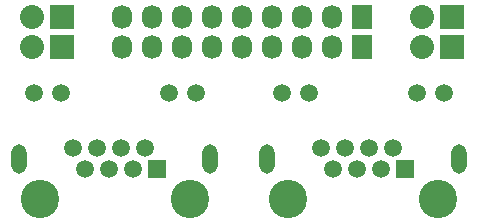
<source format=gts>
G04 #@! TF.FileFunction,Soldermask,Top*
%FSLAX46Y46*%
G04 Gerber Fmt 4.6, Leading zero omitted, Abs format (unit mm)*
G04 Created by KiCad (PCBNEW (2015-01-08 BZR 5360)-product) date 2015-02-07T22:50:42 CET*
%MOMM*%
G01*
G04 APERTURE LIST*
%ADD10C,0.150000*%
%ADD11R,2.032000X2.032000*%
%ADD12O,2.032000X2.032000*%
%ADD13R,1.727200X2.032000*%
%ADD14O,1.727200X2.032000*%
%ADD15R,1.500000X1.500000*%
%ADD16C,1.500000*%
%ADD17O,1.300000X2.500000*%
%ADD18C,3.250000*%
G04 APERTURE END LIST*
D10*
D11*
X67305000Y-62145000D03*
D12*
X64765000Y-62145000D03*
D11*
X67305000Y-64685000D03*
D12*
X64765000Y-64685000D03*
D13*
X92705000Y-64685000D03*
D14*
X90165000Y-64685000D03*
X87625000Y-64685000D03*
X85085000Y-64685000D03*
X82545000Y-64685000D03*
X80005000Y-64685000D03*
X77465000Y-64685000D03*
X74925000Y-64685000D03*
X72385000Y-64685000D03*
D11*
X100325000Y-64685000D03*
D12*
X97785000Y-64685000D03*
D13*
X92705000Y-62145000D03*
D14*
X90165000Y-62145000D03*
X87625000Y-62145000D03*
X85085000Y-62145000D03*
X82545000Y-62145000D03*
X80005000Y-62145000D03*
X77465000Y-62145000D03*
X74925000Y-62145000D03*
X72385000Y-62145000D03*
D11*
X100325000Y-62145000D03*
D12*
X97785000Y-62145000D03*
D15*
X96400000Y-75080000D03*
D16*
X95380000Y-73300000D03*
X94360000Y-75080000D03*
X93340000Y-73300000D03*
X92320000Y-75080000D03*
X91300000Y-73300000D03*
X90280000Y-75080000D03*
X89260000Y-73300000D03*
D17*
X100930000Y-74190000D03*
X84730000Y-74190000D03*
D16*
X97400000Y-68620000D03*
D18*
X99180000Y-77620000D03*
X86480000Y-77620000D03*
D16*
X99690000Y-68620000D03*
X85970000Y-68620000D03*
X88260000Y-68620000D03*
D15*
X75370000Y-75080000D03*
D16*
X74350000Y-73300000D03*
X73330000Y-75080000D03*
X72310000Y-73300000D03*
X71290000Y-75080000D03*
X70270000Y-73300000D03*
X69250000Y-75080000D03*
X68230000Y-73300000D03*
D17*
X79900000Y-74190000D03*
X63700000Y-74190000D03*
D16*
X76370000Y-68620000D03*
D18*
X78150000Y-77620000D03*
X65450000Y-77620000D03*
D16*
X78660000Y-68620000D03*
X64940000Y-68620000D03*
X67230000Y-68620000D03*
M02*

</source>
